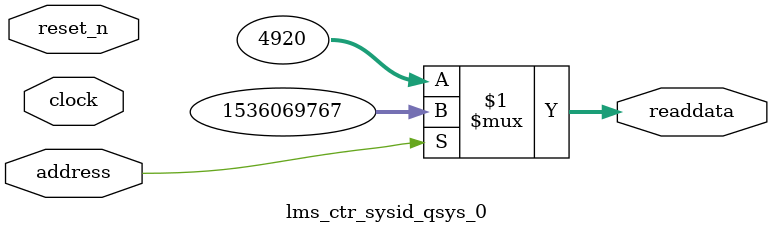
<source format=v>



// synthesis translate_off
`timescale 1ns / 1ps
// synthesis translate_on

// turn off superfluous verilog processor warnings 
// altera message_level Level1 
// altera message_off 10034 10035 10036 10037 10230 10240 10030 

module lms_ctr_sysid_qsys_0 (
               // inputs:
                address,
                clock,
                reset_n,

               // outputs:
                readdata
             )
;

  output  [ 31: 0] readdata;
  input            address;
  input            clock;
  input            reset_n;

  wire    [ 31: 0] readdata;
  //control_slave, which is an e_avalon_slave
  assign readdata = address ? 1536069767 : 4920;

endmodule



</source>
